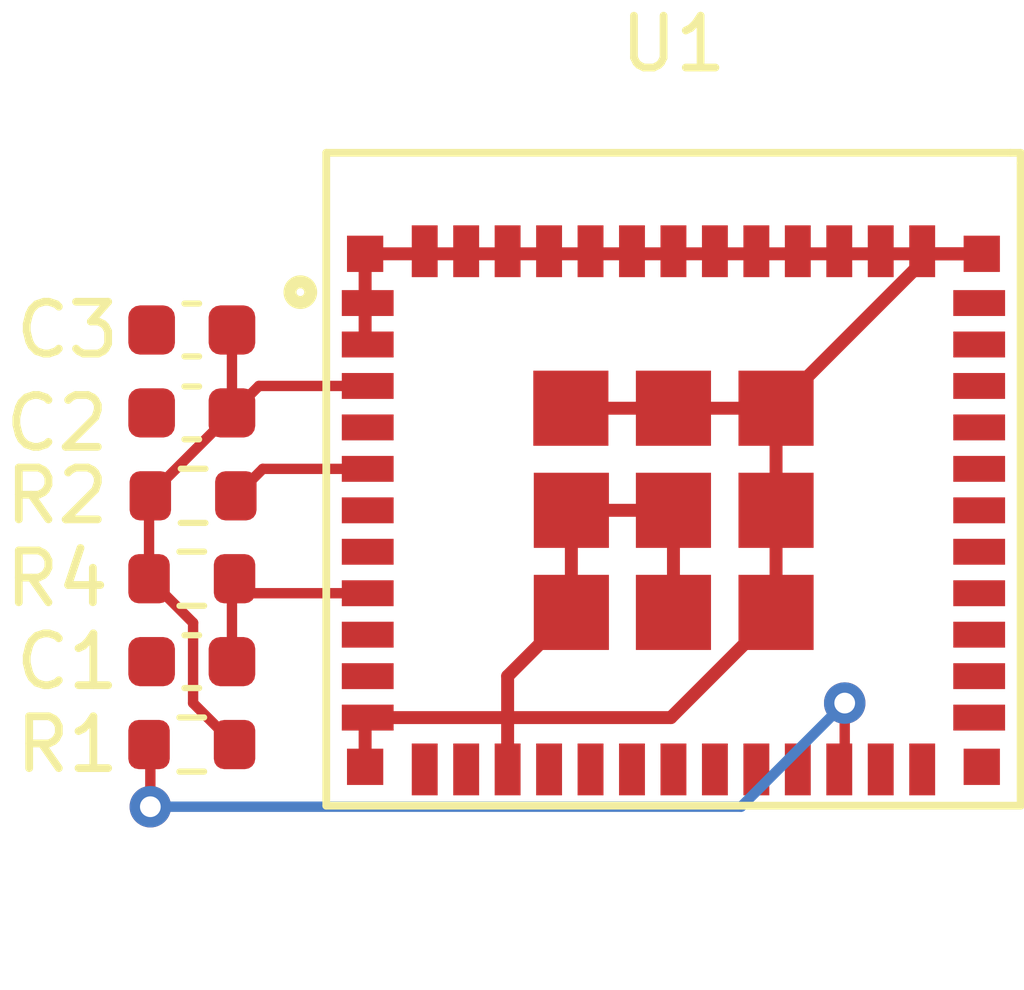
<source format=kicad_pcb>
(kicad_pcb (version 20221018) (generator pcbnew)
  (layers (0 "F.Cu" signal) (31 "B.Cu" signal) (34 "B.Paste" user) (35 "F.Paste" user) (36 "B.SilkS" user "B.Silkscreen") (37 "F.SilkS" user "F.Silkscreen") (38 "B.Mask" user) (39 "F.Mask" user) (44 "Edge.Cuts" user))
  (net 0 "")
  (net 1 "gnd")
  (net 2 "vcc")
  (net 3 "nc")
  (net 4 "io2")
  (net 5 "io3")
  (net 6 "en")
  (net 7 "io0")
  (net 8 "io1")
  (net 9 "io10")
  (net 10 "io4")
  (net 11 "io5")
  (net 12 "io6")
  (net 13 "io7")
  (net 14 "io8")
  (net 15 "io9")
  (net 16 "io18")
  (net 17 "io19")
  (net 18 "rxd0")
  (net 19 "txd0")
  (footprint "lib:R0603" (layer "F.Cu") (at 156.4 105.2)
    (fp_text reference "R4" (at -2.6 0) (layer "F.SilkS"))
    (fp_text value "Chip Resistor - Surface Mount 10KOhms ±5% 1/10W 0603 RoHS" hide)
    (fp_line (start -0.237258 -0.5225) (end 0.237258 -0.5225) (stroke (width 0.12)) (layer "F.SilkS"))
    (fp_line (start -0.237258 0.5225) (end 0.237258 0.5225) (stroke (width 0.12)) (layer "F.SilkS"))
    (pad "1" smd roundrect (at -0.825 0) (size 0.8 0.95) (layers "F.Cu" "F.Paste" "F.Mask") (net 2 "vcc"))
    (pad "2" smd roundrect (at 0.825 0) (size 0.8 0.95) (layers "F.Cu" "F.Paste" "F.Mask") (net 6 "en"))
  )
  (footprint "lib:R0603" (layer "F.Cu") (at 156.4 108.4)
    (fp_text reference "R1" (at -2.4 0) (layer "F.SilkS"))
    (fp_text value "Chip Resistor - Surface Mount 10KOhms ±5% 1/10W 0603 RoHS" hide)
    (fp_line (start -0.237258 -0.5225) (end 0.237258 -0.5225) (stroke (width 0.12)) (layer "F.SilkS"))
    (fp_line (start -0.237258 0.5225) (end 0.237258 0.5225) (stroke (width 0.12)) (layer "F.SilkS"))
    (pad "1" smd roundrect (at -0.825 0) (size 0.8 0.95) (layers "F.Cu" "F.Paste" "F.Mask") (net 14 "io8"))
    (pad "2" smd roundrect (at 0.825 0) (size 0.8 0.95) (layers "F.Cu" "F.Paste" "F.Mask") (net 2 "vcc"))
  )
  (footprint "lib:R0603" (layer "F.Cu") (at 156.425 103.6 180)
    (fp_text reference "R2" (at 2.625 0) (layer "F.SilkS"))
    (fp_text value "Chip Resistor - Surface Mount 10KOhms ±5% 1/10W 0603 RoHS" hide)
    (fp_line (start -0.237258 -0.5225) (end 0.237258 -0.5225) (stroke (width 0.12)) (layer "F.SilkS"))
    (fp_line (start -0.237258 0.5225) (end 0.237258 0.5225) (stroke (width 0.12)) (layer "F.SilkS"))
    (pad "1" smd roundrect (at -0.825 0 180) (size 0.8 0.95) (layers "F.Cu" "F.Paste" "F.Mask") (net 4 "io2"))
    (pad "2" smd roundrect (at 0.825 0 180) (size 0.8 0.95) (layers "F.Cu" "F.Paste" "F.Mask") (net 2 "vcc"))
  )
  (footprint "lib:C0603" (layer "F.Cu") (at 156.4 102 180)
    (fp_text reference "C2" (at 2.6 -0.2) (layer "F.SilkS"))
    (fp_text value "Multilayer Ceramic Capacitors MLCC - SMD/SMT 10uF 16V 0603 RoHS" hide)
    (fp_line (start -0.14058 -0.51) (end 0.14058 -0.51) (stroke (width 0.12)) (layer "F.SilkS"))
    (fp_line (start -0.14058 0.51) (end 0.14058 0.51) (stroke (width 0.12)) (layer "F.SilkS"))
    (pad "1" smd roundrect (at -0.775 0 180) (size 0.9 0.95) (layers "F.Cu" "F.Paste" "F.Mask") (net 2 "vcc"))
    (pad "2" smd roundrect (at 0.775 0 180) (size 0.9 0.95) (layers "F.Cu" "F.Paste" "F.Mask") (net 1 "gnd"))
  )
  (footprint "lib:WIFIM-SMD_61P-L13.2-W12.5-P0.80" (layer "F.Cu") (at 165.695 103.88)
    (fp_text reference "U1" (at 0 -9) (layer "F.SilkS"))
    (fp_text value "")
    (fp_line (start -6.7 -6.9) (end -6.7 5.7) (stroke (width 0.15)) (layer "F.SilkS"))
    (fp_line (start -6.7 5.7) (end 6.7 5.7) (stroke (width 0.15)) (layer "F.SilkS"))
    (fp_line (start 6.5 -6.9) (end -6.7 -6.9) (stroke (width 0.15)) (layer "F.SilkS"))
    (fp_line (start 6.7 -6.9) (end 6.5 -6.9) (stroke (width 0.15)) (layer "F.SilkS"))
    (fp_line (start 6.7 -6.7) (end 6.7 -6.9) (stroke (width 0.15)) (layer "F.SilkS"))
    (fp_line (start 6.7 5.7) (end 6.7 -6.7) (stroke (width 0.15)) (layer "F.SilkS"))
    (fp_circle (center -7.2 -4.21) (end -7 -4.21) (stroke (width 0.25)) (fill none) (layer "F.SilkS"))
    (pad "1" smd rect (at -5.9 -4) (size 1 0.5) (layers "F.Cu" "F.Paste" "F.Mask") (net 1 "gnd"))
    (pad "2" smd rect (at -5.9 -3.2) (size 1 0.5) (layers "F.Cu" "F.Paste" "F.Mask") (net 1 "gnd"))
    (pad "3" smd rect (at -5.9 -2.4) (size 1 0.5) (layers "F.Cu" "F.Paste" "F.Mask") (net 2 "vcc"))
    (pad "4" smd rect (at -5.9 -1.6) (size 1 0.5) (layers "F.Cu" "F.Paste" "F.Mask") (net 3 "nc"))
    (pad "5" smd rect (at -5.9 -0.8) (size 1 0.5) (layers "F.Cu" "F.Paste" "F.Mask") (net 4 "io2"))
    (pad "6" smd rect (at -5.9 0) (size 1 0.5) (layers "F.Cu" "F.Paste" "F.Mask") (net 5 "io3"))
    (pad "7" smd rect (at -5.9 0.8) (size 1 0.5) (layers "F.Cu" "F.Paste" "F.Mask") (net 3 "nc"))
    (pad "8" smd rect (at -5.9 1.6) (size 1 0.5) (layers "F.Cu" "F.Paste" "F.Mask") (net 6 "en"))
    (pad "9" smd rect (at -5.9 2.4) (size 1 0.5) (layers "F.Cu" "F.Paste" "F.Mask") (net 3 "nc"))
    (pad "10" smd rect (at -5.9 3.2) (size 1 0.5) (layers "F.Cu" "F.Paste" "F.Mask") (net 3 "nc"))
    (pad "11" smd rect (at -5.9 4) (size 1 0.5) (layers "F.Cu" "F.Paste" "F.Mask") (net 1 "gnd"))
    (pad "12" smd rect (at -4.8 5) (size 0.5 1) (layers "F.Cu" "F.Paste" "F.Mask") (net 7 "io0"))
    (pad "13" smd rect (at -4 5) (size 0.5 1) (layers "F.Cu" "F.Paste" "F.Mask") (net 8 "io1"))
    (pad "14" smd rect (at -3.2 5) (size 0.5 1) (layers "F.Cu" "F.Paste" "F.Mask") (net 1 "gnd"))
    (pad "15" smd rect (at -2.4 5) (size 0.5 1) (layers "F.Cu" "F.Paste" "F.Mask") (net 3 "nc"))
    (pad "16" smd rect (at -1.6 5) (size 0.5 1) (layers "F.Cu" "F.Paste" "F.Mask") (net 9 "io10"))
    (pad "17" smd rect (at -0.8 5) (size 0.5 1) (layers "F.Cu" "F.Paste" "F.Mask") (net 3 "nc"))
    (pad "18" smd rect (at 0 5) (size 0.5 1) (layers "F.Cu" "F.Paste" "F.Mask") (net 10 "io4"))
    (pad "19" smd rect (at 0.8 5) (size 0.5 1) (layers "F.Cu" "F.Paste" "F.Mask") (net 11 "io5"))
    (pad "20" smd rect (at 1.6 5) (size 0.5 1) (layers "F.Cu" "F.Paste" "F.Mask") (net 12 "io6"))
    (pad "21" smd rect (at 2.4 5) (size 0.5 1) (layers "F.Cu" "F.Paste" "F.Mask") (net 13 "io7"))
    (pad "22" smd rect (at 3.2 5) (size 0.5 1) (layers "F.Cu" "F.Paste" "F.Mask") (net 14 "io8"))
    (pad "23" smd rect (at 4 5) (size 0.5 1) (layers "F.Cu" "F.Paste" "F.Mask") (net 15 "io9"))
    (pad "24" smd rect (at 4.8 5) (size 0.5 1) (layers "F.Cu" "F.Paste" "F.Mask") (net 3 "nc"))
    (pad "25" smd rect (at 5.9 4) (size 1 0.5) (layers "F.Cu" "F.Paste" "F.Mask") (net 3 "nc"))
    (pad "26" smd rect (at 5.9 3.2) (size 1 0.5) (layers "F.Cu" "F.Paste" "F.Mask") (net 16 "io18"))
    (pad "27" smd rect (at 5.9 2.4) (size 1 0.5) (layers "F.Cu" "F.Paste" "F.Mask") (net 17 "io19"))
    (pad "28" smd rect (at 5.9 1.6) (size 1 0.5) (layers "F.Cu" "F.Paste" "F.Mask") (net 3 "nc"))
    (pad "29" smd rect (at 5.9 0.8) (size 1 0.5) (layers "F.Cu" "F.Paste" "F.Mask") (net 3 "nc"))
    (pad "30" smd rect (at 5.9 0) (size 1 0.5) (layers "F.Cu" "F.Paste" "F.Mask") (net 18 "rxd0"))
    (pad "31" smd rect (at 5.9 -0.8) (size 1 0.5) (layers "F.Cu" "F.Paste" "F.Mask") (net 19 "txd0"))
    (pad "32" smd rect (at 5.9 -1.6) (size 1 0.5) (layers "F.Cu" "F.Paste" "F.Mask") (net 3 "nc"))
    (pad "33" smd rect (at 5.9 -2.4) (size 1 0.5) (layers "F.Cu" "F.Paste" "F.Mask") (net 3 "nc"))
    (pad "34" smd rect (at 5.9 -3.2) (size 1 0.5) (layers "F.Cu" "F.Paste" "F.Mask") (net 3 "nc"))
    (pad "35" smd rect (at 5.9 -4) (size 1 0.5) (layers "F.Cu" "F.Paste" "F.Mask") (net 3 "nc"))
    (pad "36" smd rect (at 4.8 -5) (size 0.5 1) (layers "F.Cu" "F.Paste" "F.Mask") (net 1 "gnd"))
    (pad "37" smd rect (at 4 -5) (size 0.5 1) (layers "F.Cu" "F.Paste" "F.Mask") (net 1 "gnd"))
    (pad "38" smd rect (at 3.2 -5) (size 0.5 1) (layers "F.Cu" "F.Paste" "F.Mask") (net 1 "gnd"))
    (pad "39" smd rect (at 2.4 -5) (size 0.5 1) (layers "F.Cu" "F.Paste" "F.Mask") (net 1 "gnd"))
    (pad "40" smd rect (at 1.6 -5) (size 0.5 1) (layers "F.Cu" "F.Paste" "F.Mask") (net 1 "gnd"))
    (pad "41" smd rect (at 0.8 -5) (size 0.5 1) (layers "F.Cu" "F.Paste" "F.Mask") (net 1 "gnd"))
    (pad "42" smd rect (at 0 -5) (size 0.5 1) (layers "F.Cu" "F.Paste" "F.Mask") (net 1 "gnd"))
    (pad "43" smd rect (at -0.8 -5) (size 0.5 1) (layers "F.Cu" "F.Paste" "F.Mask") (net 1 "gnd"))
    (pad "44" smd rect (at -1.6 -5) (size 0.5 1) (layers "F.Cu" "F.Paste" "F.Mask") (net 1 "gnd"))
    (pad "45" smd rect (at -2.4 -5) (size 0.5 1) (layers "F.Cu" "F.Paste" "F.Mask") (net 1 "gnd"))
    (pad "46" smd rect (at -3.2 -5) (size 0.5 1) (layers "F.Cu" "F.Paste" "F.Mask") (net 1 "gnd"))
    (pad "47" smd rect (at -4 -5) (size 0.5 1) (layers "F.Cu" "F.Paste" "F.Mask") (net 1 "gnd"))
    (pad "48" smd rect (at -4.8 -5) (size 0.5 1) (layers "F.Cu" "F.Paste" "F.Mask") (net 1 "gnd"))
    (pad "49" smd rect (at 0 0) (size 1.45 1.45) (layers "F.Cu" "F.Paste" "F.Mask") (net 1 "gnd"))
    (pad "50" smd rect (at 5.95 -4.95) (size 0.7 0.7) (layers "F.Cu" "F.Paste" "F.Mask") (net 1 "gnd"))
    (pad "51" smd rect (at 5.95 4.95) (size 0.7 0.7) (layers "F.Cu" "F.Paste" "F.Mask") (net 1 "gnd"))
    (pad "52" smd rect (at -5.95 4.95) (size 0.7 0.7) (layers "F.Cu" "F.Paste" "F.Mask") (net 1 "gnd"))
    (pad "53" smd rect (at -5.95 -4.95) (size 0.7 0.7) (layers "F.Cu" "F.Paste" "F.Mask") (net 1 "gnd"))
    (pad "54" smd rect (at -1.98 -1.97) (size 1.45 1.45) (layers "F.Cu" "F.Paste" "F.Mask") (net 1 "gnd"))
    (pad "55" smd rect (at 0 -1.97) (size 1.45 1.45) (layers "F.Cu" "F.Paste" "F.Mask") (net 1 "gnd"))
    (pad "56" smd rect (at 1.98 -1.97) (size 1.45 1.45) (layers "F.Cu" "F.Paste" "F.Mask") (net 1 "gnd"))
    (pad "57" smd rect (at 1.98 0) (size 1.45 1.45) (layers "F.Cu" "F.Paste" "F.Mask") (net 1 "gnd"))
    (pad "58" smd rect (at 1.98 1.97) (size 1.45 1.45) (layers "F.Cu" "F.Paste" "F.Mask") (net 1 "gnd"))
    (pad "59" smd rect (at 0 1.97) (size 1.45 1.45) (layers "F.Cu" "F.Paste" "F.Mask") (net 1 "gnd"))
    (pad "60" smd rect (at -1.97 1.97) (size 1.45 1.45) (layers "F.Cu" "F.Paste" "F.Mask") (net 1 "gnd"))
    (pad "61" smd rect (at -1.97 0) (size 1.45 1.45) (layers "F.Cu" "F.Paste" "F.Mask") (net 1 "gnd"))
  )
  (footprint "lib:C0603" (layer "F.Cu") (at 156.4 100.4 180)
    (fp_text reference "C3" (at 2.4 0) (layer "F.SilkS"))
    (fp_text value "Multilayer Ceramic Capacitors MLCC - SMD/SMT 100nF 50V 0603 RoHS" hide)
    (fp_line (start -0.14058 -0.51) (end 0.14058 -0.51) (stroke (width 0.12)) (layer "F.SilkS"))
    (fp_line (start -0.14058 0.51) (end 0.14058 0.51) (stroke (width 0.12)) (layer "F.SilkS"))
    (pad "1" smd roundrect (at -0.775 0 180) (size 0.9 0.95) (layers "F.Cu" "F.Paste" "F.Mask") (net 2 "vcc"))
    (pad "2" smd roundrect (at 0.775 0 180) (size 0.9 0.95) (layers "F.Cu" "F.Paste" "F.Mask") (net 1 "gnd"))
  )
  (footprint "lib:C0603" (layer "F.Cu") (at 156.4 106.8 180)
    (fp_text reference "C1" (at 2.4 0) (layer "F.SilkS"))
    (fp_text value "Multilayer Ceramic Capacitors MLCC - SMD/SMT 10uF 16V 0603 RoHS" hide)
    (fp_line (start -0.14058 -0.51) (end 0.14058 -0.51) (stroke (width 0.12)) (layer "F.SilkS"))
    (fp_line (start -0.14058 0.51) (end 0.14058 0.51) (stroke (width 0.12)) (layer "F.SilkS"))
    (pad "1" smd roundrect (at -0.775 0 180) (size 0.9 0.95) (layers "F.Cu" "F.Paste" "F.Mask") (net 6 "en"))
    (pad "2" smd roundrect (at 0.775 0 180) (size 0.9 0.95) (layers "F.Cu" "F.Paste" "F.Mask") (net 1 "gnd"))
  )
  (segment (start 167.675 101.91) (end 167.675 103.88) (width 0.25) (layer "F.Cu") (net 1))
  (segment (start 162.495 107.08) (end 163.725 105.85) (width 0.25) (layer "F.Cu") (net 1))
  (segment (start 167.675 103.88) (end 167.675 105.85) (width 0.25) (layer "F.Cu") (net 1))
  (segment (start 171.645 98.93) (end 159.745 98.93) (width 0.25) (layer "F.Cu") (net 1))
  (segment (start 162.495 108.88) (end 162.495 107.08) (width 0.25) (layer "F.Cu") (net 1))
  (segment (start 167.675 105.85) (end 165.645 107.88) (width 0.25) (layer "F.Cu") (net 1))
  (segment (start 159.745 107.93) (end 159.795 107.88) (width 0.25) (layer "F.Cu") (net 1))
  (segment (start 163.725 105.85) (end 163.725 103.88) (width 0.25) (layer "F.Cu") (net 1))
  (segment (start 170.655 98.93) (end 171.645 98.93) (width 0.25) (layer "F.Cu") (net 1))
  (segment (start 165.645 107.88) (end 159.795 107.88) (width 0.25) (layer "F.Cu") (net 1))
  (segment (start 159.745 100.63) (end 159.795 100.68) (width 0.25) (layer "F.Cu") (net 1))
  (segment (start 165.695 101.91) (end 167.675 101.91) (width 0.25) (layer "F.Cu") (net 1))
  (segment (start 165.695 103.88) (end 165.695 105.85) (width 0.25) (layer "F.Cu") (net 1))
  (segment (start 159.745 98.93) (end 159.745 100.63) (width 0.25) (layer "F.Cu") (net 1))
  (segment (start 159.745 108.83) (end 159.745 107.93) (width 0.25) (layer "F.Cu") (net 1))
  (segment (start 167.675 101.91) (end 170.655 98.93) (width 0.25) (layer "F.Cu") (net 1))
  (segment (start 165.695 103.88) (end 163.725 103.88) (width 0.25) (layer "F.Cu") (net 1))
  (segment (start 163.715 101.91) (end 165.695 101.91) (width 0.25) (layer "F.Cu") (net 1))
  (segment (start 155.6 103.575) (end 157.175 102) (width 0.2) (layer "F.Cu") (net 2))
  (segment (start 155.575 105.2) (end 156.425 106.05) (width 0.2) (layer "F.Cu") (net 2))
  (segment (start 157.175 102) (end 157.695 101.48) (width 0.2) (layer "F.Cu") (net 2))
  (segment (start 157.175 102) (end 157.175 100.4) (width 0.2) (layer "F.Cu") (net 2))
  (segment (start 155.575 105.2) (end 155.575 103.625) (width 0.2) (layer "F.Cu") (net 2))
  (segment (start 156.425 107.6) (end 157.225 108.4) (width 0.2) (layer "F.Cu") (net 2))
  (segment (start 157.695 101.48) (end 159.795 101.48) (width 0.2) (layer "F.Cu") (net 2))
  (segment (start 155.575 103.625) (end 155.6 103.6) (width 0.2) (layer "F.Cu") (net 2))
  (segment (start 155.6 103.6) (end 155.6 103.575) (width 0.2) (layer "F.Cu") (net 2))
  (segment (start 156.425 106.05) (end 156.425 107.6) (width 0.2) (layer "F.Cu") (net 2))
  (segment (start 157.77 103.08) (end 159.795 103.08) (width 0.2) (layer "F.Cu") (net 4))
  (segment (start 157.25 103.6) (end 157.77 103.08) (width 0.2) (layer "F.Cu") (net 4))
  (segment (start 157.175 106.8) (end 157.175 105.25) (width 0.2) (layer "F.Cu") (net 6))
  (segment (start 159.795 105.48) (end 157.505 105.48) (width 0.2) (layer "F.Cu") (net 6))
  (segment (start 157.505 105.48) (end 157.225 105.2) (width 0.2) (layer "F.Cu") (net 6))
  (segment (start 157.175 105.25) (end 157.225 105.2) (width 0.2) (layer "F.Cu") (net 6))
  (segment (start 155.6 109.6) (end 155.6 108.425) (width 0.2) (layer "F.Cu") (net 14))
  (segment (start 155.6 108.425) (end 155.575 108.4) (width 0.2) (layer "F.Cu") (net 14))
  (segment (start 169 107.6) (end 169 108.775) (width 0.2) (layer "F.Cu") (net 14))
  (segment (start 169 108.775) (end 168.895 108.88) (width 0.2) (layer "F.Cu") (net 14))
  (via (at 155.6 109.6) (size 0.8) (drill 0.4) (layers "F.Cu" "B.Cu") (net 14))
  (via (at 169 107.6) (size 0.8) (drill 0.4) (layers "F.Cu" "B.Cu") (net 14))
  (segment (start 167 109.6) (end 169 107.6) (width 0.2) (layer "B.Cu") (net 14))
  (segment (start 155.6 109.6) (end 167 109.6) (width 0.2) (layer "B.Cu") (net 14))
)
</source>
